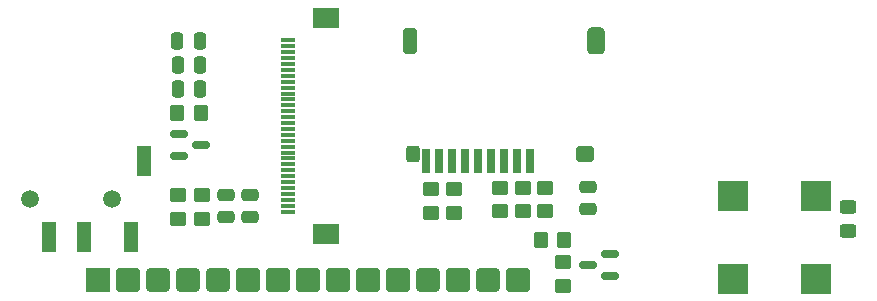
<source format=gbr>
%TF.GenerationSoftware,KiCad,Pcbnew,8.0.5-8.0.5-0~ubuntu22.04.1*%
%TF.CreationDate,2024-11-26T13:48:27+00:00*%
%TF.ProjectId,numcalcium,6e756d63-616c-4636-9975-6d2e6b696361,rev?*%
%TF.SameCoordinates,Original*%
%TF.FileFunction,Soldermask,Bot*%
%TF.FilePolarity,Negative*%
%FSLAX46Y46*%
G04 Gerber Fmt 4.6, Leading zero omitted, Abs format (unit mm)*
G04 Created by KiCad (PCBNEW 8.0.5-8.0.5-0~ubuntu22.04.1) date 2024-11-26 13:48:27*
%MOMM*%
%LPD*%
G01*
G04 APERTURE LIST*
G04 Aperture macros list*
%AMRoundRect*
0 Rectangle with rounded corners*
0 $1 Rounding radius*
0 $2 $3 $4 $5 $6 $7 $8 $9 X,Y pos of 4 corners*
0 Add a 4 corners polygon primitive as box body*
4,1,4,$2,$3,$4,$5,$6,$7,$8,$9,$2,$3,0*
0 Add four circle primitives for the rounded corners*
1,1,$1+$1,$2,$3*
1,1,$1+$1,$4,$5*
1,1,$1+$1,$6,$7*
1,1,$1+$1,$8,$9*
0 Add four rect primitives between the rounded corners*
20,1,$1+$1,$2,$3,$4,$5,0*
20,1,$1+$1,$4,$5,$6,$7,0*
20,1,$1+$1,$6,$7,$8,$9,0*
20,1,$1+$1,$8,$9,$2,$3,0*%
G04 Aperture macros list end*
%ADD10RoundRect,0.250000X0.450000X-0.350000X0.450000X0.350000X-0.450000X0.350000X-0.450000X-0.350000X0*%
%ADD11RoundRect,0.250000X-0.475000X0.250000X-0.475000X-0.250000X0.475000X-0.250000X0.475000X0.250000X0*%
%ADD12RoundRect,0.250000X-0.750000X0.750000X-0.750000X-0.750000X0.750000X-0.750000X0.750000X0.750000X0*%
%ADD13RoundRect,0.294118X-0.705882X0.705882X-0.705882X-0.705882X0.705882X-0.705882X0.705882X0.705882X0*%
%ADD14R,2.000000X2.000000*%
%ADD15RoundRect,0.150000X0.587500X0.150000X-0.587500X0.150000X-0.587500X-0.150000X0.587500X-0.150000X0*%
%ADD16R,2.500000X2.500000*%
%ADD17RoundRect,0.250000X0.475000X-0.250000X0.475000X0.250000X-0.475000X0.250000X-0.475000X-0.250000X0*%
%ADD18RoundRect,0.250000X0.350000X0.450000X-0.350000X0.450000X-0.350000X-0.450000X0.350000X-0.450000X0*%
%ADD19RoundRect,0.250000X0.450000X-0.325000X0.450000X0.325000X-0.450000X0.325000X-0.450000X-0.325000X0*%
%ADD20RoundRect,0.250000X0.250000X0.475000X-0.250000X0.475000X-0.250000X-0.475000X0.250000X-0.475000X0*%
%ADD21RoundRect,0.250000X-0.250000X-0.475000X0.250000X-0.475000X0.250000X0.475000X-0.250000X0.475000X0*%
%ADD22RoundRect,0.381000X-0.381000X0.762000X-0.381000X-0.762000X0.381000X-0.762000X0.381000X0.762000X0*%
%ADD23RoundRect,0.350000X-0.450000X-0.350000X0.450000X-0.350000X0.450000X0.350000X-0.450000X0.350000X0*%
%ADD24RoundRect,0.300000X-0.300000X-0.400000X0.300000X-0.400000X0.300000X0.400000X-0.300000X0.400000X0*%
%ADD25RoundRect,0.300000X0.300000X0.800000X-0.300000X0.800000X-0.300000X-0.800000X0.300000X-0.800000X0*%
%ADD26R,0.700000X2.000000*%
%ADD27RoundRect,0.150000X-0.587500X-0.150000X0.587500X-0.150000X0.587500X0.150000X-0.587500X0.150000X0*%
%ADD28RoundRect,0.250000X-0.450000X0.350000X-0.450000X-0.350000X0.450000X-0.350000X0.450000X0.350000X0*%
%ADD29RoundRect,0.250000X-0.350000X-0.450000X0.350000X-0.450000X0.350000X0.450000X-0.350000X0.450000X0*%
%ADD30R,2.200000X1.800000*%
%ADD31R,1.300000X0.300000*%
%ADD32R,1.200000X2.500000*%
%ADD33C,1.500000*%
G04 APERTURE END LIST*
D10*
%TO.C,R25*%
X47752000Y13446000D03*
X47752000Y11446000D03*
%TD*%
D11*
%TO.C,C13*%
X20701000Y10927000D03*
X20701000Y12827000D03*
%TD*%
D12*
%TO.C,IPC2*%
X45450001Y5635289D03*
D13*
X42910001Y5635289D03*
D12*
X40370001Y5635289D03*
D13*
X37830001Y5635289D03*
D12*
X35290001Y5635289D03*
X32750001Y5635289D03*
X30210001Y5635289D03*
X27670001Y5635289D03*
X25130001Y5635289D03*
X22590001Y5635289D03*
D13*
X20050001Y5635289D03*
X17510001Y5635289D03*
X14970001Y5635289D03*
D12*
X12430001Y5635289D03*
D14*
X9890001Y5635289D03*
%TD*%
D15*
%TO.C,Q8*%
X51363400Y6873200D03*
X53238400Y5923200D03*
X53238400Y7823200D03*
%TD*%
D16*
%TO.C,BZ1*%
X70708400Y5700000D03*
X70708400Y12700000D03*
X63708400Y12700000D03*
X63708400Y5700000D03*
%TD*%
D10*
%TO.C,R24*%
X45847000Y13449983D03*
X45847000Y11449983D03*
%TD*%
%TO.C,R18*%
X16637000Y12811000D03*
X16637000Y10811000D03*
%TD*%
%TO.C,R20*%
X18669000Y12795000D03*
X18669000Y10795000D03*
%TD*%
D17*
%TO.C,C15*%
X51358800Y13497600D03*
X51358800Y11597600D03*
%TD*%
D10*
%TO.C,R21*%
X38100000Y13319000D03*
X38100000Y11319000D03*
%TD*%
D18*
%TO.C,R19*%
X16607200Y19761200D03*
X18607200Y19761200D03*
%TD*%
D19*
%TO.C,D27*%
X73406000Y11794600D03*
X73406000Y9744600D03*
%TD*%
D20*
%TO.C,C10*%
X16626800Y25857200D03*
X18526800Y25857200D03*
%TD*%
D21*
%TO.C,C9*%
X18542000Y21793200D03*
X16642000Y21793200D03*
%TD*%
D20*
%TO.C,C11*%
X16677600Y23825200D03*
X18577600Y23825200D03*
%TD*%
D22*
%TO.C,J12*%
X52034000Y25865200D03*
D23*
X51134000Y16320000D03*
D24*
X36534000Y16320000D03*
D25*
X36284000Y25865200D03*
D26*
X37684000Y15715200D03*
X38784000Y15715200D03*
X39884000Y15715200D03*
X40984000Y15715200D03*
X42084000Y15715200D03*
X43184000Y15715200D03*
X44284000Y15715200D03*
X45384000Y15715200D03*
X46484000Y15715200D03*
%TD*%
D27*
%TO.C,Q9*%
X18643600Y17068800D03*
X16768600Y18018800D03*
X16768600Y16118800D03*
%TD*%
D10*
%TO.C,R22*%
X40005000Y13319000D03*
X40005000Y11319000D03*
%TD*%
D28*
%TO.C,R27*%
X49276000Y5146800D03*
X49276000Y7146800D03*
%TD*%
D29*
%TO.C,R13*%
X49377600Y8991600D03*
X47377600Y8991600D03*
%TD*%
D30*
%TO.C,J4*%
X29210000Y9510800D03*
X29210000Y27810800D03*
D31*
X25960000Y11410800D03*
X25960000Y11910800D03*
X25960000Y12410800D03*
X25960000Y12910800D03*
X25960000Y13410800D03*
X25960000Y13910800D03*
X25960000Y14410800D03*
X25960000Y14910800D03*
X25960000Y15410800D03*
X25960000Y15910800D03*
X25960000Y16410800D03*
X25960000Y16910800D03*
X25960000Y17410800D03*
X25960000Y17910800D03*
X25960000Y18410800D03*
X25960000Y18910800D03*
X25960000Y19410800D03*
X25960000Y19910800D03*
X25960000Y20410800D03*
X25960000Y20910800D03*
X25960000Y21410800D03*
X25960000Y21910800D03*
X25960000Y22410800D03*
X25960000Y22910800D03*
X25960000Y23410800D03*
X25960000Y23910800D03*
X25960000Y24410800D03*
X25960000Y24910800D03*
X25960000Y25410800D03*
X25960000Y25910800D03*
%TD*%
D11*
%TO.C,C12*%
X22733000Y10927000D03*
X22733000Y12827000D03*
%TD*%
D10*
%TO.C,R23*%
X43942000Y13446000D03*
X43942000Y11446000D03*
%TD*%
D32*
%TO.C,J9*%
X12725200Y9220200D03*
X13825200Y15720200D03*
X5725200Y9220200D03*
X8725200Y9220200D03*
D33*
X11125200Y12470200D03*
X4125200Y12470200D03*
%TD*%
M02*

</source>
